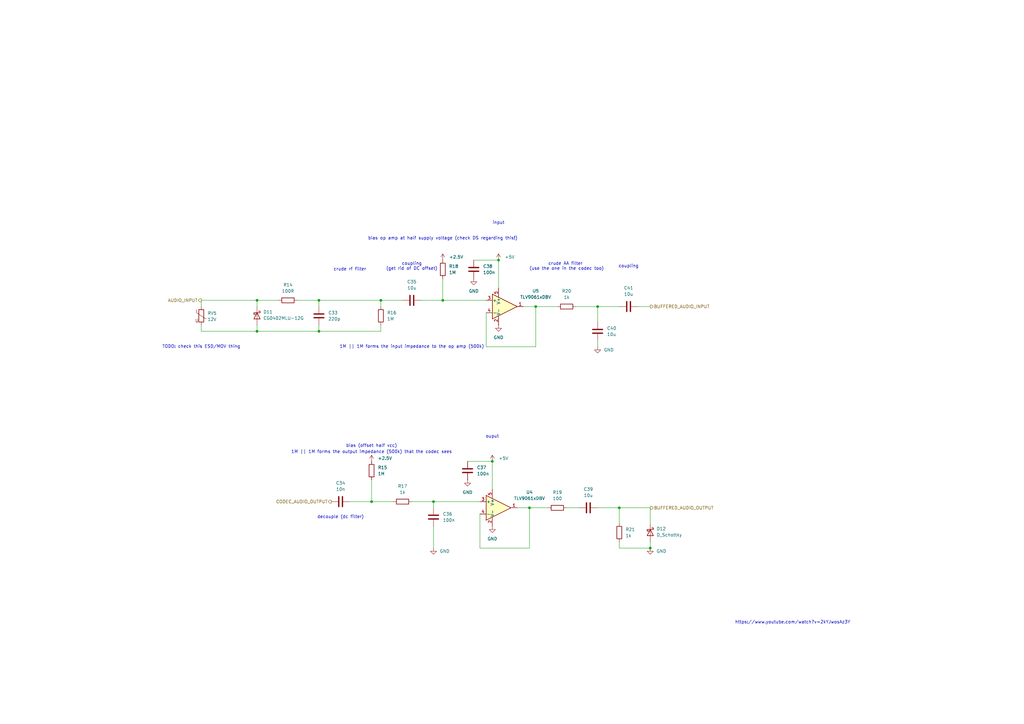
<source format=kicad_sch>
(kicad_sch (version 20250114) (generator "eeschema") (generator_version "9.0")
  (paper "A3")
  (title_block (date "2025-02-23") (rev "v0.2") (company "kevontheweb"))
  (lib_symbols
    (symbol "Amplifier_Operational:TLV9061xDBV" (pin_names (offset 0.127))
      (property "Reference" "U" (at -1.27 6.35 0))
      (property "Value" "TLV9061xDBV" (at -1.27 3.81 0))
      (symbol "TLV9061xDBV_0_1"
        (polyline (pts (xy -5.08 5.08) (xy 5.08 0) (xy -5.08 -5.08) (xy -5.08 5.08)) (stroke (width 0.254)) (fill (type background)))
        (pin power_in line (at -2.54 7.62 270) (length 3.81) (name "V+") (number "5"))
        (pin power_in line (at -2.54 -7.62 90) (length 3.81) (name "V-") (number "2"))
      )
      (symbol "TLV9061xDBV_1_1"
        (pin input line (at -7.62 2.54 0) (length 2.54) (name "+") (number "3"))
        (pin input line (at -7.62 -2.54 0) (length 2.54) (name "-") (number "4"))
        (pin output line (at 7.62 0 180) (length 2.54) (name "~") (number "1"))
      )
    )
    (symbol "Device:C" (pin_numbers (hide yes)) (pin_names (offset 0.254))
      (property "Reference" "C" (at 0.635 2.54 0))
      (property "Value" "C" (at 0.635 -2.54 0))
      (symbol "C_0_1"
        (polyline (pts (xy -2.032 0.762) (xy 2.032 0.762)) (stroke (width 0.508)))
        (polyline (pts (xy -2.032 -0.762) (xy 2.032 -0.762)) (stroke (width 0.508)))
      )
      (symbol "C_1_1"
        (pin passive line (at 0 3.81 270) (length 2.794) (name "~") (number "1"))
        (pin passive line (at 0 -3.81 90) (length 2.794) (name "~") (number "2"))
      )
    )
    (symbol "Device:D_Schottky" (pin_numbers (hide yes)) (pin_names (offset 1.016) (hide yes))
      (property "Reference" "D" (at 0 2.54 0))
      (property "Value" "D_Schottky" (at 0 -2.54 0))
      (symbol "D_Schottky_0_1"
        (polyline (pts (xy -1.905 0.635) (xy -1.905 1.27) (xy -1.27 1.27) (xy -1.27 -1.27) (xy -0.635 -1.27) (xy -0.635 -0.635)) (stroke (width 0.254)))
        (polyline (pts (xy 1.27 1.27) (xy 1.27 -1.27) (xy -1.27 0) (xy 1.27 1.27)) (stroke (width 0.254)))
        (polyline (pts (xy 1.27 0) (xy -1.27 0)))
      )
      (symbol "D_Schottky_1_1"
        (pin passive line (at -3.81 0 0) (length 2.54) (name "K") (number "1"))
        (pin passive line (at 3.81 0 180) (length 2.54) (name "A") (number "2"))
      )
    )
    (symbol "Device:R" (pin_numbers (hide yes)) (pin_names (offset 0))
      (property "Reference" "R" (at 2.032 0 90))
      (property "Value" "R" (at 0 0 90))
      (symbol "R_0_1"
        (rectangle (start -1.016 -2.54) (end 1.016 2.54) (stroke (width 0.254)))
      )
      (symbol "R_1_1"
        (pin passive line (at 0 3.81 270) (length 1.27) (name "~") (number "1"))
        (pin passive line (at 0 -3.81 90) (length 1.27) (name "~") (number "2"))
      )
    )
    (symbol "Device:Varistor" (pin_numbers (hide yes)) (pin_names (offset 0))
      (property "Reference" "RV" (at 3.175 0 90))
      (property "Value" "Varistor" (at -3.175 0 90))
      (symbol "Varistor_0_0"
        (text "U" (at -1.778 -2.032 0) (effects (font (size 1.27 1.27))))
      )
      (symbol "Varistor_0_1"
        (polyline (pts (xy -1.905 2.54) (xy -1.905 1.27) (xy 1.905 -1.27)))
        (rectangle (start -1.016 -2.54) (end 1.016 2.54) (stroke (width 0.254)))
      )
      (symbol "Varistor_1_1"
        (pin passive line (at 0 3.81 270) (length 1.27) (name "~") (number "1"))
        (pin passive line (at 0 -3.81 90) (length 1.27) (name "~") (number "2"))
      )
    )
    (symbol "power:+2V5" (power) (pin_numbers (hide yes)) (pin_names (offset 0) (hide yes))
      (property "Value" "+2V5" (at 0 3.556 0))
      (symbol "+2V5_0_1"
        (polyline (pts (xy -0.762 1.27) (xy 0 2.54)))
        (polyline (pts (xy 0 2.54) (xy 0.762 1.27)))
        (polyline (pts (xy 0 0) (xy 0 2.54)))
      )
      (symbol "+2V5_1_1"
        (pin power_in line (at 0 0 90) (length 0) (name "~") (number "1"))
      )
    )
    (symbol "power:+5V" (power) (pin_numbers (hide yes)) (pin_names (offset 0) (hide yes))
      (property "Value" "+5V" (at 0 3.556 0))
      (symbol "+5V_0_1"
        (polyline (pts (xy -0.762 1.27) (xy 0 2.54)))
        (polyline (pts (xy 0 2.54) (xy 0.762 1.27)))
        (polyline (pts (xy 0 0) (xy 0 2.54)))
      )
      (symbol "+5V_1_1"
        (pin power_in line (at 0 0 90) (length 0) (name "~") (number "1"))
      )
    )
    (symbol "power:GND" (power) (pin_numbers (hide yes)) (pin_names (offset 0) (hide yes))
      (property "Value" "GND" (at 0 -3.81 0))
      (symbol "GND_0_1"
        (polyline (pts (xy 0 0) (xy 0 -1.27) (xy 1.27 -1.27) (xy 0 -2.54) (xy -1.27 -1.27) (xy 0 -1.27)))
      )
      (symbol "GND_1_1"
        (pin power_in line (at 0 0 270) (length 0) (name "~") (number "1"))
      )
    )
  )
  (text "input" (at 204.47 91.44 0) (effects (font (size 1.27 1.27))))
  (text "bias op amp at half supply voltage (check DS regarding this!)" (at 181.61 97.79 0) (effects (font (size 1.27 1.27))))
  (text "crude AA filter \n(use the one in the codec too)" (at 232.41 109.22 0) (effects (font (size 1.27 1.27))))
  (text "1M || 1M forms the output impedance (500k) that the codec sees" (at 152.4 185.42 0) (effects (font (size 1.27 1.27))))
  (text "ouput" (at 201.93 179.07 0) (effects (font (size 1.27 1.27))))
  (text "coupling\n(get rid of DC offset)" (at 168.91 109.22 0) (effects (font (size 1.27 1.27))))
  (text "crude rf filter" (at 143.51 110.49 0) (effects (font (size 1.27 1.27))))
  (text "coupling" (at 257.81 109.22 0) (effects (font (size 1.27 1.27))))
  (text "https://www.youtube.com/watch?v=2kYJwosAz3Y" (at 325.12 255.27 0) (effects (font (size 1.27 1.27))))
  (text "1M || 1M forms the input impedance to the op amp (500k)" (at 168.91 142.24 0) (effects (font (size 1.27 1.27))))
  (text "TODO: check this ESD/MOV thing" (at 82.55 142.24 0) (effects (font (size 1.27 1.27))))
  (text "bias (offset half vcc)\n" (at 152.4 182.88 0) (effects (font (size 1.27 1.27))))
  (text "decouple (dc filter)" (at 139.7 212.09 0) (effects (font (size 1.27 1.27))))
  (junction (at 156.21 123.19))
  (junction (at 217.17 208.28))
  (junction (at 204.47 106.68))
  (junction (at 254 208.28))
  (junction (at 219.71 125.73))
  (junction (at 177.8 205.74))
  (junction (at 130.81 135.89))
  (junction (at 266.7 224.79))
  (junction (at 152.4 205.74))
  (junction (at 245.11 125.73))
  (junction (at 181.61 123.19))
  (junction (at 201.93 189.23))
  (junction (at 130.81 123.19))
  (junction (at 105.41 135.89))
  (junction (at 105.41 123.19))
  (wire (pts (xy 194.31 106.68) (xy 204.47 106.68)))
  (wire (pts (xy 105.41 135.89) (xy 105.41 133.35)))
  (wire (pts (xy 82.55 123.19) (xy 82.55 125.73)))
  (wire (pts (xy 177.8 224.79) (xy 177.8 215.9)))
  (wire (pts (xy 201.93 189.23) (xy 201.93 200.66)))
  (wire (pts (xy 156.21 123.19) (xy 165.1 123.19)))
  (wire (pts (xy 245.11 125.73) (xy 236.22 125.73)))
  (wire (pts (xy 143.51 205.74) (xy 152.4 205.74)))
  (wire (pts (xy 228.6 125.73) (xy 219.71 125.73)))
  (wire (pts (xy 130.81 133.35) (xy 130.81 135.89)))
  (wire (pts (xy 130.81 123.19) (xy 130.81 125.73)))
  (wire (pts (xy 105.41 123.19) (xy 105.41 125.73)))
  (wire (pts (xy 217.17 224.79) (xy 217.17 208.28)))
  (wire (pts (xy 199.39 142.24) (xy 219.71 142.24)))
  (wire (pts (xy 172.72 123.19) (xy 181.61 123.19)))
  (wire (pts (xy 121.92 123.19) (xy 130.81 123.19)))
  (wire (pts (xy 245.11 125.73) (xy 245.11 132.08)))
  (wire (pts (xy 217.17 208.28) (xy 212.09 208.28)))
  (wire (pts (xy 82.55 135.89) (xy 105.41 135.89)))
  (wire (pts (xy 254 208.28) (xy 245.11 208.28)))
  (wire (pts (xy 219.71 142.24) (xy 219.71 125.73)))
  (wire (pts (xy 105.41 123.19) (xy 114.3 123.19)))
  (wire (pts (xy 177.8 205.74) (xy 196.85 205.74)))
  (wire (pts (xy 219.71 125.73) (xy 214.63 125.73)))
  (wire (pts (xy 161.29 205.74) (xy 152.4 205.74)))
  (wire (pts (xy 237.49 208.28) (xy 232.41 208.28)))
  (wire (pts (xy 266.7 214.63) (xy 266.7 208.28)))
  (wire (pts (xy 245.11 139.7) (xy 245.11 142.24)))
  (wire (pts (xy 82.55 133.35) (xy 82.55 135.89)))
  (wire (pts (xy 177.8 208.28) (xy 177.8 205.74)))
  (wire (pts (xy 196.85 210.82) (xy 196.85 224.79)))
  (wire (pts (xy 254 125.73) (xy 245.11 125.73)))
  (wire (pts (xy 156.21 123.19) (xy 156.21 125.73)))
  (wire (pts (xy 191.77 189.23) (xy 201.93 189.23)))
  (wire (pts (xy 266.7 125.73) (xy 261.62 125.73)))
  (wire (pts (xy 196.85 224.79) (xy 217.17 224.79)))
  (wire (pts (xy 181.61 123.19) (xy 199.39 123.19)))
  (wire (pts (xy 217.17 208.28) (xy 224.79 208.28)))
  (wire (pts (xy 181.61 114.3) (xy 181.61 123.19)))
  (wire (pts (xy 254 208.28) (xy 254 214.63)))
  (wire (pts (xy 130.81 123.19) (xy 156.21 123.19)))
  (wire (pts (xy 152.4 196.85) (xy 152.4 205.74)))
  (wire (pts (xy 266.7 208.28) (xy 254 208.28)))
  (wire (pts (xy 204.47 106.68) (xy 204.47 118.11)))
  (wire (pts (xy 199.39 128.27) (xy 199.39 142.24)))
  (wire (pts (xy 266.7 224.79) (xy 266.7 222.25)))
  (wire (pts (xy 130.81 135.89) (xy 156.21 135.89)))
  (wire (pts (xy 105.41 135.89) (xy 130.81 135.89)))
  (wire (pts (xy 82.55 123.19) (xy 105.41 123.19)))
  (wire (pts (xy 254 222.25) (xy 254 224.79)))
  (wire (pts (xy 156.21 135.89) (xy 156.21 133.35)))
  (wire (pts (xy 254 224.79) (xy 266.7 224.79)))
  (wire (pts (xy 177.8 205.74) (xy 168.91 205.74)))
  (hierarchical_label "CODEC_AUDIO_OUTPUT" (shape output) (at 135.89 205.74 180))
  (hierarchical_label "AUDIO_INPUT" (shape output) (at 82.55 123.19 180))
  (hierarchical_label "BUFFERED_AUDIO_OUTPUT" (shape output) (at 266.7 208.28 0))
  (hierarchical_label "BUFFERED_AUDIO_INPUT" (shape output) (at 266.7 125.73 0))
  (symbol (lib_id "Device:Varistor") (at 82.55 129.54 0) (unit 1)
    (property "Reference" "RV5" (at 85.09 128.4632 0) (effects (justify left)))
    (property "Value" "12V" (at 85.09 131.0032 0) (effects (justify left)))
    (property "Footprint" "Varistor:RV_Disc_D7mm_W3.4mm_P5mm" (effects (hide yes)))
    (property "Description" "Voltage dependent resistor" (effects (hide yes)))
    (property "Sim.Name" "kicad_builtin_varistor" (effects (hide yes)))
    (property "Sim.Device" "SUBCKT" (effects (hide yes)))
    (property "Sim.Pins" "1=A 2=B" (effects (hide yes)))
    (property "Sim.Params" "threshold=1k" (effects (hide yes)))
    (property "Sim.Library" "${KICAD7_SYMBOL_DIR}/Simulation_SPICE.sp" (effects (hide yes)))
    (instances (project "" (path "" (reference "RV5") (unit 1)) (path "" (reference "RV6") (unit 1))))
  )
  (symbol (lib_id "power:GND") (at 266.7 224.79 0) (unit 1)
    (property "Reference" "#PWR082" (effects (hide yes)))
    (property "Value" "GND" (at 269.24 226.0599 0) (effects (justify left)))
    (property "Description" "Power symbol creates a global label with name \"GND\" , ground" (effects (hide yes)))
    (instances (project "BananaGuard" (path "" (reference "#PWR082") (unit 1)) (path "" (reference "#PWR093") (unit 1))))
  )
  (symbol (lib_id "Device:C") (at 168.91 123.19 90) (unit 1)
    (property "Reference" "C35" (at 168.91 115.57 90))
    (property "Value" "10u" (at 168.91 118.11 90))
    (property "Footprint" "Capacitor_SMD:C_0603_1608Metric" (effects (hide yes)))
    (property "Description" "Unpolarized capacitor" (effects (hide yes)))
    (instances (project "BananaGuard" (path "" (reference "C35") (unit 1)) (path "" (reference "C44") (unit 1))))
  )
  (symbol (lib_id "power:GND") (at 194.31 114.3 0) (unit 1)
    (property "Reference" "#PWR076" (effects (hide yes)))
    (property "Value" "GND" (at 194.31 119.38 0))
    (property "Description" "Power symbol creates a global label with name \"GND\" , ground" (effects (hide yes)))
    (instances (project "BananaGuard" (path "" (reference "#PWR076") (unit 1)) (path "" (reference "#PWR087") (unit 1))))
  )
  (symbol (lib_id "Device:D_Schottky") (at 105.41 129.54 270) (unit 1)
    (property "Reference" "D11" (at 107.95 127.9524 90) (effects (justify left)))
    (property "Value" "CG0402MLU-12G" (at 107.95 130.4924 90) (effects (justify left)))
    (property "Footprint" "Diode_SMD:D_SOD-123" (effects (hide yes)))
    (property "Description" "Schottky diode" (effects (hide yes)))
    (instances (project "BananaGuard" (path "" (reference "D11") (unit 1)) (path "" (reference "D13") (unit 1))))
  )
  (symbol (lib_id "power:+5V") (at 204.47 106.68 0) (unit 1)
    (property "Reference" "#PWR079" (effects (hide yes)))
    (property "Value" "+5V" (at 207.01 105.4099 0) (effects (justify left)))
    (property "Description" "Power symbol creates a global label with name \"+5V\"" (effects (hide yes)))
    (instances (project "BananaGuard" (path "" (reference "#PWR079") (unit 1)) (path "" (reference "#PWR090") (unit 1))))
  )
  (symbol (lib_id "Device:R") (at 181.61 110.49 180) (unit 1)
    (property "Reference" "R18" (at 184.15 109.2199 0) (effects (justify right)))
    (property "Value" "1M" (at 184.15 111.7599 0) (effects (justify right)))
    (property "Footprint" "Resistor_SMD:R_0603_1608Metric_Pad0.98x0.95mm_HandSolder" (effects (hide yes)))
    (property "Description" "Resistor" (effects (hide yes)))
    (instances (project "BananaGuard" (path "" (reference "R18") (unit 1)) (path "" (reference "R26") (unit 1))))
  )
  (symbol (lib_id "Device:C") (at 139.7 205.74 90) (unit 1)
    (property "Reference" "C34" (at 139.7 198.12 90))
    (property "Value" "10n" (at 139.7 200.66 90))
    (property "Footprint" "Capacitor_SMD:C_0603_1608Metric" (effects (hide yes)))
    (property "Description" "Unpolarized capacitor" (effects (hide yes)))
    (instances (project "BananaGuard" (path "" (reference "C34") (unit 1)) (path "" (reference "C43") (unit 1))))
  )
  (symbol (lib_id "power:+5V") (at 201.93 189.23 0) (unit 1)
    (property "Reference" "#PWR077" (effects (hide yes)))
    (property "Value" "+5V" (at 204.47 187.9599 0) (effects (justify left)))
    (property "Description" "Power symbol creates a global label with name \"+5V\"" (effects (hide yes)))
    (instances (project "BananaGuard" (path "" (reference "#PWR077") (unit 1)) (path "" (reference "#PWR088") (unit 1))))
  )
  (symbol (lib_id "Amplifier_Operational:TLV9061xDBV") (at 207.01 125.73 0) (unit 1)
    (property "Reference" "U5" (at 219.71 119.3098 0))
    (property "Value" "TLV9061xDBV" (at 219.71 121.8498 0))
    (property "Footprint" "Package_TO_SOT_SMD:SOT-23-5" (effects (hide yes)))
    (property "Datasheet" "https://www.ti.com/lit/ds/symlink/tlv9061.pdf" (effects (hide yes)))
    (property "Description" "10-MHz, RRIO, CMOS Operational Amplifiers for Cost-Sensitive Systems, SOT-23-5" (effects (hide yes)))
    (instances (project "BananaGuard" (path "" (reference "U5") (unit 1)) (path "" (reference "U7") (unit 1))))
  )
  (symbol (lib_id "Device:R") (at 165.1 205.74 270) (unit 1)
    (property "Reference" "R17" (at 165.1 199.39 90))
    (property "Value" "1k" (at 165.1 201.93 90))
    (property "Footprint" "Resistor_SMD:R_0603_1608Metric_Pad0.98x0.95mm_HandSolder" (effects (hide yes)))
    (property "Description" "Resistor" (effects (hide yes)))
    (instances (project "BananaGuard" (path "" (reference "R17") (unit 1)) (path "" (reference "R25") (unit 1))))
  )
  (symbol (lib_id "Device:C") (at 245.11 135.89 180) (unit 1)
    (property "Reference" "C40" (at 248.92 134.6199 0) (effects (justify right)))
    (property "Value" "10u" (at 248.92 137.1599 0) (effects (justify right)))
    (property "Footprint" "Capacitor_SMD:C_0603_1608Metric" (effects (hide yes)))
    (property "Description" "Unpolarized capacitor" (effects (hide yes)))
    (instances (project "BananaGuard" (path "" (reference "C40") (unit 1)) (path "" (reference "C49") (unit 1))))
  )
  (symbol (lib_id "Device:C") (at 241.3 208.28 90) (unit 1)
    (property "Reference" "C39" (at 241.3 200.66 90))
    (property "Value" "10u" (at 241.3 203.2 90))
    (property "Footprint" "Capacitor_SMD:C_0603_1608Metric" (effects (hide yes)))
    (property "Description" "Unpolarized capacitor" (effects (hide yes)))
    (instances (project "BananaGuard" (path "" (reference "C39") (unit 1)) (path "" (reference "C48") (unit 1))))
  )
  (symbol (lib_id "Device:C") (at 130.81 129.54 0) (unit 1)
    (property "Reference" "C33" (at 134.62 128.2699 0) (effects (justify left)))
    (property "Value" "220p" (at 134.62 130.8099 0) (effects (justify left)))
    (property "Footprint" "Capacitor_SMD:C_0603_1608Metric" (effects (hide yes)))
    (property "Description" "Unpolarized capacitor" (effects (hide yes)))
    (instances (project "BananaGuard" (path "" (reference "C33") (unit 1)) (path "" (reference "C42") (unit 1))))
  )
  (symbol (lib_id "Device:R") (at 118.11 123.19 90) (unit 1)
    (property "Reference" "R14" (at 118.11 116.84 90))
    (property "Value" "100R" (at 118.11 119.38 90))
    (property "Footprint" "Resistor_SMD:R_0603_1608Metric_Pad0.98x0.95mm_HandSolder" (effects (hide yes)))
    (property "Description" "Resistor" (effects (hide yes)))
    (instances (project "BananaGuard" (path "" (reference "R14") (unit 1)) (path "" (reference "R22") (unit 1))))
  )
  (symbol (lib_id "Device:C") (at 257.81 125.73 90) (unit 1)
    (property "Reference" "C41" (at 257.81 118.11 90))
    (property "Value" "10u" (at 257.81 120.65 90))
    (property "Footprint" "Capacitor_SMD:C_0603_1608Metric" (effects (hide yes)))
    (property "Description" "Unpolarized capacitor" (effects (hide yes)))
    (instances (project "BananaGuard" (path "" (reference "C41") (unit 1)) (path "" (reference "C50") (unit 1))))
  )
  (symbol (lib_id "Device:C") (at 177.8 212.09 180) (unit 1)
    (property "Reference" "C36" (at 181.61 210.8199 0) (effects (justify right)))
    (property "Value" "100n" (at 181.61 213.3599 0) (effects (justify right)))
    (property "Footprint" "Capacitor_SMD:C_0603_1608Metric" (effects (hide yes)))
    (property "Description" "Unpolarized capacitor" (effects (hide yes)))
    (instances (project "BananaGuard" (path "" (reference "C36") (unit 1)) (path "" (reference "C45") (unit 1))))
  )
  (symbol (lib_id "Device:R") (at 228.6 208.28 90) (unit 1)
    (property "Reference" "R19" (at 228.6 201.93 90))
    (property "Value" "100" (at 228.6 204.47 90))
    (property "Footprint" "Resistor_SMD:R_0603_1608Metric_Pad0.98x0.95mm_HandSolder" (effects (hide yes)))
    (property "Description" "Resistor" (effects (hide yes)))
    (instances (project "BananaGuard" (path "" (reference "R19") (unit 1)) (path "" (reference "R27") (unit 1))))
  )
  (symbol (lib_id "Device:C") (at 194.31 110.49 0) (unit 1)
    (property "Reference" "C38" (at 198.12 109.2199 0) (effects (justify left)))
    (property "Value" "100n" (at 198.12 111.7599 0) (effects (justify left)))
    (property "Footprint" "Capacitor_SMD:C_0603_1608Metric" (effects (hide yes)))
    (property "Description" "Unpolarized capacitor" (effects (hide yes)))
    (instances (project "BananaGuard" (path "" (reference "C38") (unit 1)) (path "" (reference "C47") (unit 1))))
  )
  (symbol (lib_id "Device:R") (at 232.41 125.73 90) (unit 1)
    (property "Reference" "R20" (at 232.41 119.38 90))
    (property "Value" "1k" (at 232.41 121.92 90))
    (property "Footprint" "Resistor_SMD:R_0603_1608Metric_Pad0.98x0.95mm_HandSolder" (effects (hide yes)))
    (property "Description" "Resistor" (effects (hide yes)))
    (instances (project "BananaGuard" (path "" (reference "R20") (unit 1)) (path "" (reference "R28") (unit 1))))
  )
  (symbol (lib_id "power:+2V5") (at 152.4 189.23 0) (unit 1)
    (property "Reference" "#PWR072" (effects (hide yes)))
    (property "Value" "+2.5V" (at 154.94 187.9599 0) (effects (justify left)))
    (property "Description" "Power symbol creates a global label with name \"+2V5\"" (effects (hide yes)))
    (instances (project "BananaGuard" (path "" (reference "#PWR072") (unit 1)) (path "" (reference "#PWR083") (unit 1))))
  )
  (symbol (lib_id "power:GND") (at 191.77 196.85 0) (unit 1)
    (property "Reference" "#PWR075" (effects (hide yes)))
    (property "Value" "GND" (at 191.77 201.93 0))
    (property "Description" "Power symbol creates a global label with name \"GND\" , ground" (effects (hide yes)))
    (instances (project "BananaGuard" (path "" (reference "#PWR075") (unit 1)) (path "" (reference "#PWR086") (unit 1))))
  )
  (symbol (lib_id "power:GND") (at 201.93 215.9 0) (unit 1)
    (property "Reference" "#PWR078" (effects (hide yes)))
    (property "Value" "GND" (at 201.93 220.98 0))
    (property "Description" "Power symbol creates a global label with name \"GND\" , ground" (effects (hide yes)))
    (instances (project "BananaGuard" (path "" (reference "#PWR078") (unit 1)) (path "" (reference "#PWR089") (unit 1))))
  )
  (symbol (lib_id "power:GND") (at 245.11 142.24 0) (unit 1)
    (property "Reference" "#PWR081" (effects (hide yes)))
    (property "Value" "GND" (at 247.65 143.5099 0) (effects (justify left)))
    (property "Description" "Power symbol creates a global label with name \"GND\" , ground" (effects (hide yes)))
    (instances (project "BananaGuard" (path "" (reference "#PWR081") (unit 1)) (path "" (reference "#PWR092") (unit 1))))
  )
  (symbol (lib_id "Device:R") (at 156.21 129.54 180) (unit 1)
    (property "Reference" "R16" (at 158.75 128.2699 0) (effects (justify right)))
    (property "Value" "1M" (at 158.75 130.8099 0) (effects (justify right)))
    (property "Footprint" "Resistor_SMD:R_0603_1608Metric_Pad0.98x0.95mm_HandSolder" (effects (hide yes)))
    (property "Description" "Resistor" (effects (hide yes)))
    (instances (project "BananaGuard" (path "" (reference "R16") (unit 1)) (path "" (reference "R24") (unit 1))))
  )
  (symbol (lib_id "Device:C") (at 191.77 193.04 0) (unit 1)
    (property "Reference" "C37" (at 195.58 191.7699 0) (effects (justify left)))
    (property "Value" "100n" (at 195.58 194.3099 0) (effects (justify left)))
    (property "Footprint" "Capacitor_SMD:C_0603_1608Metric" (effects (hide yes)))
    (property "Description" "Unpolarized capacitor" (effects (hide yes)))
    (instances (project "BananaGuard" (path "" (reference "C37") (unit 1)) (path "" (reference "C46") (unit 1))))
  )
  (symbol (lib_id "Device:D_Schottky") (at 266.7 218.44 270) (unit 1)
    (property "Reference" "D12" (at 269.24 216.8524 90) (effects (justify left)))
    (property "Value" "D_Schottky" (at 269.24 219.3924 90) (effects (justify left)))
    (property "Footprint" "Diode_SMD:D_SOD-123" (effects (hide yes)))
    (property "Description" "Schottky diode" (effects (hide yes)))
    (instances (project "BananaGuard" (path "" (reference "D12") (unit 1)) (path "" (reference "D14") (unit 1))))
  )
  (symbol (lib_id "Device:R") (at 254 218.44 180) (unit 1)
    (property "Reference" "R21" (at 256.54 217.1699 0) (effects (justify right)))
    (property "Value" "1k" (at 256.54 219.7099 0) (effects (justify right)))
    (property "Footprint" "Resistor_SMD:R_0603_1608Metric_Pad0.98x0.95mm_HandSolder" (effects (hide yes)))
    (property "Description" "Resistor" (effects (hide yes)))
    (instances (project "BananaGuard" (path "" (reference "R21") (unit 1)) (path "" (reference "R29") (unit 1))))
  )
  (symbol (lib_id "power:+2V5") (at 181.61 106.68 0) (unit 1)
    (property "Reference" "#PWR074" (effects (hide yes)))
    (property "Value" "+2.5V" (at 184.15 105.4099 0) (effects (justify left)))
    (property "Description" "Power symbol creates a global label with name \"+2V5\"" (effects (hide yes)))
    (instances (project "BananaGuard" (path "" (reference "#PWR074") (unit 1)) (path "" (reference "#PWR085") (unit 1))))
  )
  (symbol (lib_id "Amplifier_Operational:TLV9061xDBV") (at 204.47 208.28 0) (unit 1)
    (property "Reference" "U4" (at 217.17 201.8598 0))
    (property "Value" "TLV9061xDBV" (at 217.17 204.3998 0))
    (property "Footprint" "Package_TO_SOT_SMD:SOT-23-5" (effects (hide yes)))
    (property "Datasheet" "https://www.ti.com/lit/ds/symlink/tlv9061.pdf" (effects (hide yes)))
    (property "Description" "10-MHz, RRIO, CMOS Operational Amplifiers for Cost-Sensitive Systems, SOT-23-5" (effects (hide yes)))
    (instances (project "BananaGuard" (path "" (reference "U4") (unit 1)) (path "" (reference "U6") (unit 1))))
  )
  (symbol (lib_id "power:GND") (at 204.47 133.35 0) (unit 1)
    (property "Reference" "#PWR080" (effects (hide yes)))
    (property "Value" "GND" (at 204.47 138.43 0))
    (property "Description" "Power symbol creates a global label with name \"GND\" , ground" (effects (hide yes)))
    (instances (project "BananaGuard" (path "" (reference "#PWR080") (unit 1)) (path "" (reference "#PWR091") (unit 1))))
  )
  (symbol (lib_id "power:GND") (at 177.8 224.79 0) (unit 1)
    (property "Reference" "#PWR073" (effects (hide yes)))
    (property "Value" "GND" (at 180.34 226.0599 0) (effects (justify left)))
    (property "Description" "Power symbol creates a global label with name \"GND\" , ground" (effects (hide yes)))
    (instances (project "BananaGuard" (path "" (reference "#PWR073") (unit 1)) (path "" (reference "#PWR084") (unit 1))))
  )
  (symbol (lib_id "Device:R") (at 152.4 193.04 180) (unit 1)
    (property "Reference" "R15" (at 154.94 191.7699 0) (effects (justify right)))
    (property "Value" "1M" (at 154.94 194.3099 0) (effects (justify right)))
    (property "Footprint" "Resistor_SMD:R_0603_1608Metric_Pad0.98x0.95mm_HandSolder" (effects (hide yes)))
    (property "Description" "Resistor" (effects (hide yes)))
    (instances (project "BananaGuard" (path "" (reference "R15") (unit 1)) (path "" (reference "R23") (unit 1))))
  )
)
</source>
